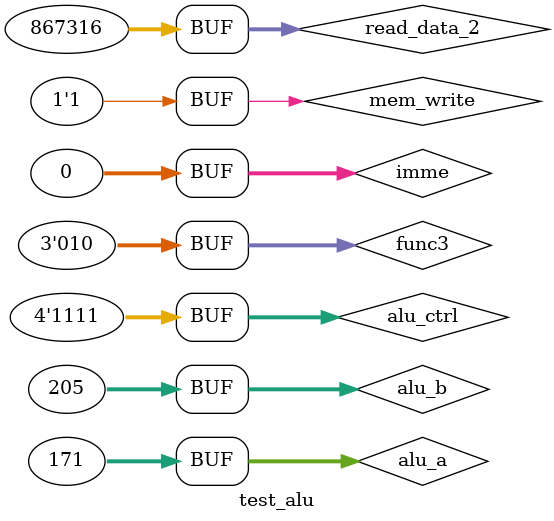
<source format=v>
`timescale 1ns / 1ps

module test_alu();
    reg[31:0] alu_a;
    reg[31:0] alu_b;
    reg[31:0] imme;
    reg[2:0] func3;
    reg[3:0] alu_ctrl;
    reg[31:0] read_data_2;
    reg mem_write;
    
    wire branch_flag;
    wire[31:0] write_mem_data;
    wire[31:0] alu_result;
    wire[31:0] addr_result;
    
    alu alu(
        .alu_a_i(alu_a),
        .alu_b_i(alu_b),
        .imme_i(imme),
        .func3_i(func3),
        .alu_ctrl_i(alu_ctrl),
        .read_data_2_i(read_data_2),
        .mem_write_i(mem_write),
        
        .branch_flag_o(branch_flag),
        .write_mem_data_o(write_mem_data),
        .alu_result_o(alu_result),
        .addr_result_o(addr_result)
    );
    
    initial begin
     alu_a = 32'b0;
        alu_b = 32'b0;
        imme = 32'b0;
        func3 = 3'b0;
        alu_ctrl = 4'b0;
        read_data_2 = 4'b0;
        mem_write =4'b0;
    
        // test for sb sh sw
        // look write_mem_data
        #10 mem_write = 1'b1;
        read_data_2 = 32'b0000_0000_0000_1101_0011_1011_1111_0100;
        #5 func3 = 3'b001;
        #5 func3 = 3'b010;
        
        // test for general alu: branch and any other ariths
        // see alu_result, branch_flag
        #10 alu_ctrl = 4'b0001;//beq
        #5 alu_a = 32'b1;
        #10 alu_ctrl = 4'b0010;//bnq
        #5 alu_a = 32'b0;
        #10 alu_ctrl = 4'b0011;//blt
        #5 alu_a = 32'b1;
        #10 alu_ctrl = 4'b0100;//bge
        #5 alu_a = 32'b0;
        
        // set alu_a and alu_b
        #10 alu_a = 32'h000000ab;
        alu_b = 32'h000000cd;
        
        #10 alu_ctrl = 4'b1000;//add
        #10 alu_ctrl = 4'b1001;//sub
        #10 alu_ctrl = 4'b1010;//sll
        #10 alu_ctrl = 4'b1011;//xor
        #10 alu_ctrl = 4'b1100;//sra
        #10 alu_ctrl = 4'b1101;//srl
        #10 alu_ctrl = 4'b1110;//or
        #10 alu_ctrl = 4'b1111;//and
    end
endmodule

</source>
